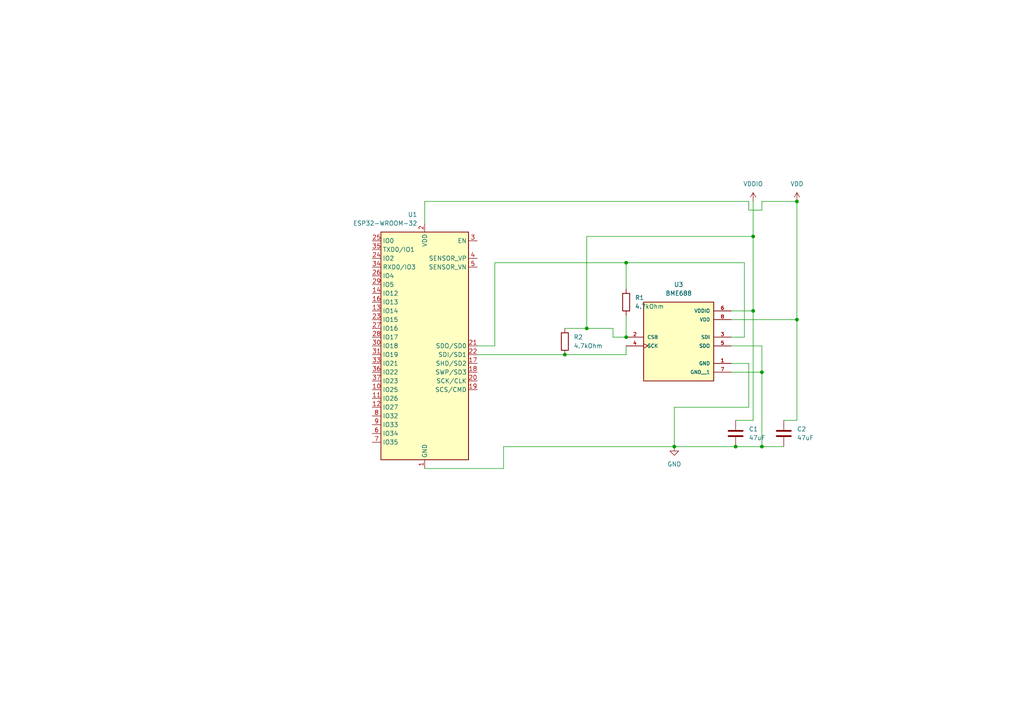
<source format=kicad_sch>
(kicad_sch
	(version 20250114)
	(generator "eeschema")
	(generator_version "9.0")
	(uuid "1de94da8-a9ea-44cd-9470-79387004e651")
	(paper "A4")
	(lib_symbols
		(symbol "BME688:BME688"
			(pin_names
				(offset 1.016)
			)
			(exclude_from_sim no)
			(in_bom yes)
			(on_board yes)
			(property "Reference" "U"
				(at -10.16 10.668 0)
				(effects
					(font
						(size 1.27 1.27)
					)
					(justify left bottom)
				)
			)
			(property "Value" "BME688"
				(at -10.16 -15.24 0)
				(effects
					(font
						(size 1.27 1.27)
					)
					(justify left bottom)
				)
			)
			(property "Footprint" "BME688:IC_BME688"
				(at 0 0 0)
				(effects
					(font
						(size 1.27 1.27)
					)
					(justify bottom)
					(hide yes)
				)
			)
			(property "Datasheet" ""
				(at 0 0 0)
				(effects
					(font
						(size 1.27 1.27)
					)
					(hide yes)
				)
			)
			(property "Description" ""
				(at 0 0 0)
				(effects
					(font
						(size 1.27 1.27)
					)
					(hide yes)
				)
			)
			(property "PARTREV" "1.0"
				(at 0 0 0)
				(effects
					(font
						(size 1.27 1.27)
					)
					(justify bottom)
					(hide yes)
				)
			)
			(property "STANDARD" "Manufacturer recommendations"
				(at 0 0 0)
				(effects
					(font
						(size 1.27 1.27)
					)
					(justify bottom)
					(hide yes)
				)
			)
			(property "MAXIMUM_PACKAGE_HEIGHT" "1.0 mm"
				(at 0 0 0)
				(effects
					(font
						(size 1.27 1.27)
					)
					(justify bottom)
					(hide yes)
				)
			)
			(property "MANUFACTURER" "BOSCH"
				(at 0 0 0)
				(effects
					(font
						(size 1.27 1.27)
					)
					(justify bottom)
					(hide yes)
				)
			)
			(symbol "BME688_0_0"
				(rectangle
					(start -10.16 -12.7)
					(end 10.16 10.16)
					(stroke
						(width 0.254)
						(type default)
					)
					(fill
						(type background)
					)
				)
				(pin input line
					(at -15.24 0 0)
					(length 5.08)
					(name "CSB"
						(effects
							(font
								(size 1.016 1.016)
							)
						)
					)
					(number "2"
						(effects
							(font
								(size 1.016 1.016)
							)
						)
					)
				)
				(pin input clock
					(at -15.24 -2.54 0)
					(length 5.08)
					(name "SCK"
						(effects
							(font
								(size 1.016 1.016)
							)
						)
					)
					(number "4"
						(effects
							(font
								(size 1.016 1.016)
							)
						)
					)
				)
				(pin power_in line
					(at 15.24 7.62 180)
					(length 5.08)
					(name "VDDIO"
						(effects
							(font
								(size 1.016 1.016)
							)
						)
					)
					(number "6"
						(effects
							(font
								(size 1.016 1.016)
							)
						)
					)
				)
				(pin power_in line
					(at 15.24 5.08 180)
					(length 5.08)
					(name "VDD"
						(effects
							(font
								(size 1.016 1.016)
							)
						)
					)
					(number "8"
						(effects
							(font
								(size 1.016 1.016)
							)
						)
					)
				)
				(pin bidirectional line
					(at 15.24 0 180)
					(length 5.08)
					(name "SDI"
						(effects
							(font
								(size 1.016 1.016)
							)
						)
					)
					(number "3"
						(effects
							(font
								(size 1.016 1.016)
							)
						)
					)
				)
				(pin bidirectional line
					(at 15.24 -2.54 180)
					(length 5.08)
					(name "SDO"
						(effects
							(font
								(size 1.016 1.016)
							)
						)
					)
					(number "5"
						(effects
							(font
								(size 1.016 1.016)
							)
						)
					)
				)
				(pin power_in line
					(at 15.24 -7.62 180)
					(length 5.08)
					(name "GND"
						(effects
							(font
								(size 1.016 1.016)
							)
						)
					)
					(number "1"
						(effects
							(font
								(size 1.016 1.016)
							)
						)
					)
				)
				(pin power_in line
					(at 15.24 -10.16 180)
					(length 5.08)
					(name "GND__1"
						(effects
							(font
								(size 1.016 1.016)
							)
						)
					)
					(number "7"
						(effects
							(font
								(size 1.016 1.016)
							)
						)
					)
				)
			)
			(embedded_fonts no)
		)
		(symbol "Device:C"
			(pin_numbers
				(hide yes)
			)
			(pin_names
				(offset 0.254)
			)
			(exclude_from_sim no)
			(in_bom yes)
			(on_board yes)
			(property "Reference" "C"
				(at 0.635 2.54 0)
				(effects
					(font
						(size 1.27 1.27)
					)
					(justify left)
				)
			)
			(property "Value" "C"
				(at 0.635 -2.54 0)
				(effects
					(font
						(size 1.27 1.27)
					)
					(justify left)
				)
			)
			(property "Footprint" ""
				(at 0.9652 -3.81 0)
				(effects
					(font
						(size 1.27 1.27)
					)
					(hide yes)
				)
			)
			(property "Datasheet" "~"
				(at 0 0 0)
				(effects
					(font
						(size 1.27 1.27)
					)
					(hide yes)
				)
			)
			(property "Description" "Unpolarized capacitor"
				(at 0 0 0)
				(effects
					(font
						(size 1.27 1.27)
					)
					(hide yes)
				)
			)
			(property "ki_keywords" "cap capacitor"
				(at 0 0 0)
				(effects
					(font
						(size 1.27 1.27)
					)
					(hide yes)
				)
			)
			(property "ki_fp_filters" "C_*"
				(at 0 0 0)
				(effects
					(font
						(size 1.27 1.27)
					)
					(hide yes)
				)
			)
			(symbol "C_0_1"
				(polyline
					(pts
						(xy -2.032 0.762) (xy 2.032 0.762)
					)
					(stroke
						(width 0.508)
						(type default)
					)
					(fill
						(type none)
					)
				)
				(polyline
					(pts
						(xy -2.032 -0.762) (xy 2.032 -0.762)
					)
					(stroke
						(width 0.508)
						(type default)
					)
					(fill
						(type none)
					)
				)
			)
			(symbol "C_1_1"
				(pin passive line
					(at 0 3.81 270)
					(length 2.794)
					(name "~"
						(effects
							(font
								(size 1.27 1.27)
							)
						)
					)
					(number "1"
						(effects
							(font
								(size 1.27 1.27)
							)
						)
					)
				)
				(pin passive line
					(at 0 -3.81 90)
					(length 2.794)
					(name "~"
						(effects
							(font
								(size 1.27 1.27)
							)
						)
					)
					(number "2"
						(effects
							(font
								(size 1.27 1.27)
							)
						)
					)
				)
			)
			(embedded_fonts no)
		)
		(symbol "Device:R"
			(pin_numbers
				(hide yes)
			)
			(pin_names
				(offset 0)
			)
			(exclude_from_sim no)
			(in_bom yes)
			(on_board yes)
			(property "Reference" "R"
				(at 2.032 0 90)
				(effects
					(font
						(size 1.27 1.27)
					)
				)
			)
			(property "Value" "R"
				(at 0 0 90)
				(effects
					(font
						(size 1.27 1.27)
					)
				)
			)
			(property "Footprint" ""
				(at -1.778 0 90)
				(effects
					(font
						(size 1.27 1.27)
					)
					(hide yes)
				)
			)
			(property "Datasheet" "~"
				(at 0 0 0)
				(effects
					(font
						(size 1.27 1.27)
					)
					(hide yes)
				)
			)
			(property "Description" "Resistor"
				(at 0 0 0)
				(effects
					(font
						(size 1.27 1.27)
					)
					(hide yes)
				)
			)
			(property "ki_keywords" "R res resistor"
				(at 0 0 0)
				(effects
					(font
						(size 1.27 1.27)
					)
					(hide yes)
				)
			)
			(property "ki_fp_filters" "R_*"
				(at 0 0 0)
				(effects
					(font
						(size 1.27 1.27)
					)
					(hide yes)
				)
			)
			(symbol "R_0_1"
				(rectangle
					(start -1.016 -2.54)
					(end 1.016 2.54)
					(stroke
						(width 0.254)
						(type default)
					)
					(fill
						(type none)
					)
				)
			)
			(symbol "R_1_1"
				(pin passive line
					(at 0 3.81 270)
					(length 1.27)
					(name "~"
						(effects
							(font
								(size 1.27 1.27)
							)
						)
					)
					(number "1"
						(effects
							(font
								(size 1.27 1.27)
							)
						)
					)
				)
				(pin passive line
					(at 0 -3.81 90)
					(length 1.27)
					(name "~"
						(effects
							(font
								(size 1.27 1.27)
							)
						)
					)
					(number "2"
						(effects
							(font
								(size 1.27 1.27)
							)
						)
					)
				)
			)
			(embedded_fonts no)
		)
		(symbol "RF_Module:ESP32-WROOM-32"
			(exclude_from_sim no)
			(in_bom yes)
			(on_board yes)
			(property "Reference" "U"
				(at -12.7 34.29 0)
				(effects
					(font
						(size 1.27 1.27)
					)
					(justify left)
				)
			)
			(property "Value" "ESP32-WROOM-32"
				(at 1.27 34.29 0)
				(effects
					(font
						(size 1.27 1.27)
					)
					(justify left)
				)
			)
			(property "Footprint" "RF_Module:ESP32-WROOM-32"
				(at 0 -38.1 0)
				(effects
					(font
						(size 1.27 1.27)
					)
					(hide yes)
				)
			)
			(property "Datasheet" "https://www.espressif.com/sites/default/files/documentation/esp32-wroom-32_datasheet_en.pdf"
				(at -7.62 1.27 0)
				(effects
					(font
						(size 1.27 1.27)
					)
					(hide yes)
				)
			)
			(property "Description" "RF Module, ESP32-D0WDQ6 SoC, Wi-Fi 802.11b/g/n, Bluetooth, BLE, 32-bit, 2.7-3.6V, onboard antenna, SMD"
				(at 0 0 0)
				(effects
					(font
						(size 1.27 1.27)
					)
					(hide yes)
				)
			)
			(property "ki_keywords" "RF Radio BT ESP ESP32 Espressif onboard PCB antenna"
				(at 0 0 0)
				(effects
					(font
						(size 1.27 1.27)
					)
					(hide yes)
				)
			)
			(property "ki_fp_filters" "ESP32?WROOM?32*"
				(at 0 0 0)
				(effects
					(font
						(size 1.27 1.27)
					)
					(hide yes)
				)
			)
			(symbol "ESP32-WROOM-32_0_1"
				(rectangle
					(start -12.7 33.02)
					(end 12.7 -33.02)
					(stroke
						(width 0.254)
						(type default)
					)
					(fill
						(type background)
					)
				)
			)
			(symbol "ESP32-WROOM-32_1_1"
				(pin input line
					(at -15.24 30.48 0)
					(length 2.54)
					(name "EN"
						(effects
							(font
								(size 1.27 1.27)
							)
						)
					)
					(number "3"
						(effects
							(font
								(size 1.27 1.27)
							)
						)
					)
				)
				(pin input line
					(at -15.24 25.4 0)
					(length 2.54)
					(name "SENSOR_VP"
						(effects
							(font
								(size 1.27 1.27)
							)
						)
					)
					(number "4"
						(effects
							(font
								(size 1.27 1.27)
							)
						)
					)
				)
				(pin input line
					(at -15.24 22.86 0)
					(length 2.54)
					(name "SENSOR_VN"
						(effects
							(font
								(size 1.27 1.27)
							)
						)
					)
					(number "5"
						(effects
							(font
								(size 1.27 1.27)
							)
						)
					)
				)
				(pin bidirectional line
					(at -15.24 0 0)
					(length 2.54)
					(name "SDO/SD0"
						(effects
							(font
								(size 1.27 1.27)
							)
						)
					)
					(number "21"
						(effects
							(font
								(size 1.27 1.27)
							)
						)
					)
				)
				(pin bidirectional line
					(at -15.24 -2.54 0)
					(length 2.54)
					(name "SDI/SD1"
						(effects
							(font
								(size 1.27 1.27)
							)
						)
					)
					(number "22"
						(effects
							(font
								(size 1.27 1.27)
							)
						)
					)
				)
				(pin bidirectional line
					(at -15.24 -5.08 0)
					(length 2.54)
					(name "SHD/SD2"
						(effects
							(font
								(size 1.27 1.27)
							)
						)
					)
					(number "17"
						(effects
							(font
								(size 1.27 1.27)
							)
						)
					)
				)
				(pin bidirectional line
					(at -15.24 -7.62 0)
					(length 2.54)
					(name "SWP/SD3"
						(effects
							(font
								(size 1.27 1.27)
							)
						)
					)
					(number "18"
						(effects
							(font
								(size 1.27 1.27)
							)
						)
					)
				)
				(pin bidirectional line
					(at -15.24 -10.16 0)
					(length 2.54)
					(name "SCK/CLK"
						(effects
							(font
								(size 1.27 1.27)
							)
						)
					)
					(number "20"
						(effects
							(font
								(size 1.27 1.27)
							)
						)
					)
				)
				(pin bidirectional line
					(at -15.24 -12.7 0)
					(length 2.54)
					(name "SCS/CMD"
						(effects
							(font
								(size 1.27 1.27)
							)
						)
					)
					(number "19"
						(effects
							(font
								(size 1.27 1.27)
							)
						)
					)
				)
				(pin no_connect line
					(at -12.7 -27.94 0)
					(length 2.54)
					(hide yes)
					(name "NC"
						(effects
							(font
								(size 1.27 1.27)
							)
						)
					)
					(number "32"
						(effects
							(font
								(size 1.27 1.27)
							)
						)
					)
				)
				(pin power_in line
					(at 0 35.56 270)
					(length 2.54)
					(name "VDD"
						(effects
							(font
								(size 1.27 1.27)
							)
						)
					)
					(number "2"
						(effects
							(font
								(size 1.27 1.27)
							)
						)
					)
				)
				(pin power_in line
					(at 0 -35.56 90)
					(length 2.54)
					(name "GND"
						(effects
							(font
								(size 1.27 1.27)
							)
						)
					)
					(number "1"
						(effects
							(font
								(size 1.27 1.27)
							)
						)
					)
				)
				(pin passive line
					(at 0 -35.56 90)
					(length 2.54)
					(hide yes)
					(name "GND"
						(effects
							(font
								(size 1.27 1.27)
							)
						)
					)
					(number "15"
						(effects
							(font
								(size 1.27 1.27)
							)
						)
					)
				)
				(pin passive line
					(at 0 -35.56 90)
					(length 2.54)
					(hide yes)
					(name "GND"
						(effects
							(font
								(size 1.27 1.27)
							)
						)
					)
					(number "38"
						(effects
							(font
								(size 1.27 1.27)
							)
						)
					)
				)
				(pin passive line
					(at 0 -35.56 90)
					(length 2.54)
					(hide yes)
					(name "GND"
						(effects
							(font
								(size 1.27 1.27)
							)
						)
					)
					(number "39"
						(effects
							(font
								(size 1.27 1.27)
							)
						)
					)
				)
				(pin bidirectional line
					(at 15.24 30.48 180)
					(length 2.54)
					(name "IO0"
						(effects
							(font
								(size 1.27 1.27)
							)
						)
					)
					(number "25"
						(effects
							(font
								(size 1.27 1.27)
							)
						)
					)
				)
				(pin bidirectional line
					(at 15.24 27.94 180)
					(length 2.54)
					(name "TXD0/IO1"
						(effects
							(font
								(size 1.27 1.27)
							)
						)
					)
					(number "35"
						(effects
							(font
								(size 1.27 1.27)
							)
						)
					)
				)
				(pin bidirectional line
					(at 15.24 25.4 180)
					(length 2.54)
					(name "IO2"
						(effects
							(font
								(size 1.27 1.27)
							)
						)
					)
					(number "24"
						(effects
							(font
								(size 1.27 1.27)
							)
						)
					)
				)
				(pin bidirectional line
					(at 15.24 22.86 180)
					(length 2.54)
					(name "RXD0/IO3"
						(effects
							(font
								(size 1.27 1.27)
							)
						)
					)
					(number "34"
						(effects
							(font
								(size 1.27 1.27)
							)
						)
					)
				)
				(pin bidirectional line
					(at 15.24 20.32 180)
					(length 2.54)
					(name "IO4"
						(effects
							(font
								(size 1.27 1.27)
							)
						)
					)
					(number "26"
						(effects
							(font
								(size 1.27 1.27)
							)
						)
					)
				)
				(pin bidirectional line
					(at 15.24 17.78 180)
					(length 2.54)
					(name "IO5"
						(effects
							(font
								(size 1.27 1.27)
							)
						)
					)
					(number "29"
						(effects
							(font
								(size 1.27 1.27)
							)
						)
					)
				)
				(pin bidirectional line
					(at 15.24 15.24 180)
					(length 2.54)
					(name "IO12"
						(effects
							(font
								(size 1.27 1.27)
							)
						)
					)
					(number "14"
						(effects
							(font
								(size 1.27 1.27)
							)
						)
					)
				)
				(pin bidirectional line
					(at 15.24 12.7 180)
					(length 2.54)
					(name "IO13"
						(effects
							(font
								(size 1.27 1.27)
							)
						)
					)
					(number "16"
						(effects
							(font
								(size 1.27 1.27)
							)
						)
					)
				)
				(pin bidirectional line
					(at 15.24 10.16 180)
					(length 2.54)
					(name "IO14"
						(effects
							(font
								(size 1.27 1.27)
							)
						)
					)
					(number "13"
						(effects
							(font
								(size 1.27 1.27)
							)
						)
					)
				)
				(pin bidirectional line
					(at 15.24 7.62 180)
					(length 2.54)
					(name "IO15"
						(effects
							(font
								(size 1.27 1.27)
							)
						)
					)
					(number "23"
						(effects
							(font
								(size 1.27 1.27)
							)
						)
					)
				)
				(pin bidirectional line
					(at 15.24 5.08 180)
					(length 2.54)
					(name "IO16"
						(effects
							(font
								(size 1.27 1.27)
							)
						)
					)
					(number "27"
						(effects
							(font
								(size 1.27 1.27)
							)
						)
					)
				)
				(pin bidirectional line
					(at 15.24 2.54 180)
					(length 2.54)
					(name "IO17"
						(effects
							(font
								(size 1.27 1.27)
							)
						)
					)
					(number "28"
						(effects
							(font
								(size 1.27 1.27)
							)
						)
					)
				)
				(pin bidirectional line
					(at 15.24 0 180)
					(length 2.54)
					(name "IO18"
						(effects
							(font
								(size 1.27 1.27)
							)
						)
					)
					(number "30"
						(effects
							(font
								(size 1.27 1.27)
							)
						)
					)
				)
				(pin bidirectional line
					(at 15.24 -2.54 180)
					(length 2.54)
					(name "IO19"
						(effects
							(font
								(size 1.27 1.27)
							)
						)
					)
					(number "31"
						(effects
							(font
								(size 1.27 1.27)
							)
						)
					)
				)
				(pin bidirectional line
					(at 15.24 -5.08 180)
					(length 2.54)
					(name "IO21"
						(effects
							(font
								(size 1.27 1.27)
							)
						)
					)
					(number "33"
						(effects
							(font
								(size 1.27 1.27)
							)
						)
					)
				)
				(pin bidirectional line
					(at 15.24 -7.62 180)
					(length 2.54)
					(name "IO22"
						(effects
							(font
								(size 1.27 1.27)
							)
						)
					)
					(number "36"
						(effects
							(font
								(size 1.27 1.27)
							)
						)
					)
				)
				(pin bidirectional line
					(at 15.24 -10.16 180)
					(length 2.54)
					(name "IO23"
						(effects
							(font
								(size 1.27 1.27)
							)
						)
					)
					(number "37"
						(effects
							(font
								(size 1.27 1.27)
							)
						)
					)
				)
				(pin bidirectional line
					(at 15.24 -12.7 180)
					(length 2.54)
					(name "IO25"
						(effects
							(font
								(size 1.27 1.27)
							)
						)
					)
					(number "10"
						(effects
							(font
								(size 1.27 1.27)
							)
						)
					)
				)
				(pin bidirectional line
					(at 15.24 -15.24 180)
					(length 2.54)
					(name "IO26"
						(effects
							(font
								(size 1.27 1.27)
							)
						)
					)
					(number "11"
						(effects
							(font
								(size 1.27 1.27)
							)
						)
					)
				)
				(pin bidirectional line
					(at 15.24 -17.78 180)
					(length 2.54)
					(name "IO27"
						(effects
							(font
								(size 1.27 1.27)
							)
						)
					)
					(number "12"
						(effects
							(font
								(size 1.27 1.27)
							)
						)
					)
				)
				(pin bidirectional line
					(at 15.24 -20.32 180)
					(length 2.54)
					(name "IO32"
						(effects
							(font
								(size 1.27 1.27)
							)
						)
					)
					(number "8"
						(effects
							(font
								(size 1.27 1.27)
							)
						)
					)
				)
				(pin bidirectional line
					(at 15.24 -22.86 180)
					(length 2.54)
					(name "IO33"
						(effects
							(font
								(size 1.27 1.27)
							)
						)
					)
					(number "9"
						(effects
							(font
								(size 1.27 1.27)
							)
						)
					)
				)
				(pin input line
					(at 15.24 -25.4 180)
					(length 2.54)
					(name "IO34"
						(effects
							(font
								(size 1.27 1.27)
							)
						)
					)
					(number "6"
						(effects
							(font
								(size 1.27 1.27)
							)
						)
					)
				)
				(pin input line
					(at 15.24 -27.94 180)
					(length 2.54)
					(name "IO35"
						(effects
							(font
								(size 1.27 1.27)
							)
						)
					)
					(number "7"
						(effects
							(font
								(size 1.27 1.27)
							)
						)
					)
				)
			)
			(embedded_fonts no)
		)
		(symbol "power:GND"
			(power)
			(pin_numbers
				(hide yes)
			)
			(pin_names
				(offset 0)
				(hide yes)
			)
			(exclude_from_sim no)
			(in_bom yes)
			(on_board yes)
			(property "Reference" "#PWR"
				(at 0 -6.35 0)
				(effects
					(font
						(size 1.27 1.27)
					)
					(hide yes)
				)
			)
			(property "Value" "GND"
				(at 0 -3.81 0)
				(effects
					(font
						(size 1.27 1.27)
					)
				)
			)
			(property "Footprint" ""
				(at 0 0 0)
				(effects
					(font
						(size 1.27 1.27)
					)
					(hide yes)
				)
			)
			(property "Datasheet" ""
				(at 0 0 0)
				(effects
					(font
						(size 1.27 1.27)
					)
					(hide yes)
				)
			)
			(property "Description" "Power symbol creates a global label with name \"GND\" , ground"
				(at 0 0 0)
				(effects
					(font
						(size 1.27 1.27)
					)
					(hide yes)
				)
			)
			(property "ki_keywords" "global power"
				(at 0 0 0)
				(effects
					(font
						(size 1.27 1.27)
					)
					(hide yes)
				)
			)
			(symbol "GND_0_1"
				(polyline
					(pts
						(xy 0 0) (xy 0 -1.27) (xy 1.27 -1.27) (xy 0 -2.54) (xy -1.27 -1.27) (xy 0 -1.27)
					)
					(stroke
						(width 0)
						(type default)
					)
					(fill
						(type none)
					)
				)
			)
			(symbol "GND_1_1"
				(pin power_in line
					(at 0 0 270)
					(length 0)
					(name "~"
						(effects
							(font
								(size 1.27 1.27)
							)
						)
					)
					(number "1"
						(effects
							(font
								(size 1.27 1.27)
							)
						)
					)
				)
			)
			(embedded_fonts no)
		)
		(symbol "power:VDD"
			(power)
			(pin_numbers
				(hide yes)
			)
			(pin_names
				(offset 0)
				(hide yes)
			)
			(exclude_from_sim no)
			(in_bom yes)
			(on_board yes)
			(property "Reference" "#PWR"
				(at 0 -3.81 0)
				(effects
					(font
						(size 1.27 1.27)
					)
					(hide yes)
				)
			)
			(property "Value" "VDD"
				(at 0 3.556 0)
				(effects
					(font
						(size 1.27 1.27)
					)
				)
			)
			(property "Footprint" ""
				(at 0 0 0)
				(effects
					(font
						(size 1.27 1.27)
					)
					(hide yes)
				)
			)
			(property "Datasheet" ""
				(at 0 0 0)
				(effects
					(font
						(size 1.27 1.27)
					)
					(hide yes)
				)
			)
			(property "Description" "Power symbol creates a global label with name \"VDD\""
				(at 0 0 0)
				(effects
					(font
						(size 1.27 1.27)
					)
					(hide yes)
				)
			)
			(property "ki_keywords" "global power"
				(at 0 0 0)
				(effects
					(font
						(size 1.27 1.27)
					)
					(hide yes)
				)
			)
			(symbol "VDD_0_1"
				(polyline
					(pts
						(xy -0.762 1.27) (xy 0 2.54)
					)
					(stroke
						(width 0)
						(type default)
					)
					(fill
						(type none)
					)
				)
				(polyline
					(pts
						(xy 0 2.54) (xy 0.762 1.27)
					)
					(stroke
						(width 0)
						(type default)
					)
					(fill
						(type none)
					)
				)
				(polyline
					(pts
						(xy 0 0) (xy 0 2.54)
					)
					(stroke
						(width 0)
						(type default)
					)
					(fill
						(type none)
					)
				)
			)
			(symbol "VDD_1_1"
				(pin power_in line
					(at 0 0 90)
					(length 0)
					(name "~"
						(effects
							(font
								(size 1.27 1.27)
							)
						)
					)
					(number "1"
						(effects
							(font
								(size 1.27 1.27)
							)
						)
					)
				)
			)
			(embedded_fonts no)
		)
	)
	(junction
		(at 195.58 129.54)
		(diameter 0)
		(color 0 0 0 0)
		(uuid "023a1e20-2732-4b82-b5a3-1a5cc605288a")
	)
	(junction
		(at 218.44 68.58)
		(diameter 0)
		(color 0 0 0 0)
		(uuid "2bc77343-2226-48b4-81a1-0899c41070c0")
	)
	(junction
		(at 220.98 129.54)
		(diameter 0)
		(color 0 0 0 0)
		(uuid "42e0cfd7-cb51-4a88-a63f-abb234db6ee7")
	)
	(junction
		(at 218.44 90.17)
		(diameter 0)
		(color 0 0 0 0)
		(uuid "5587781d-f5c0-4906-8918-d6c368d4c3e5")
	)
	(junction
		(at 170.18 95.25)
		(diameter 0)
		(color 0 0 0 0)
		(uuid "630d4416-33d6-47bc-8079-4fe5bb2cd74b")
	)
	(junction
		(at 231.14 92.71)
		(diameter 0)
		(color 0 0 0 0)
		(uuid "68c5fd98-de85-452a-a6cd-4db3d47454aa")
	)
	(junction
		(at 213.36 129.54)
		(diameter 0)
		(color 0 0 0 0)
		(uuid "77e0a89a-5198-4cc5-84d6-646b68d3e475")
	)
	(junction
		(at 181.61 76.2)
		(diameter 0)
		(color 0 0 0 0)
		(uuid "8018d606-861c-4c1a-bbe6-8f3813f0bbb4")
	)
	(junction
		(at 181.61 97.79)
		(diameter 0)
		(color 0 0 0 0)
		(uuid "aa4d2cb9-b25e-4d6c-be7d-af1d2bb01b6b")
	)
	(junction
		(at 231.14 58.42)
		(diameter 0)
		(color 0 0 0 0)
		(uuid "b8f97943-de5d-4cb7-ab8d-2c9b365a8187")
	)
	(junction
		(at 220.98 107.95)
		(diameter 0)
		(color 0 0 0 0)
		(uuid "f871b167-4208-48ce-b984-133dfcbcf0cf")
	)
	(junction
		(at 163.83 102.87)
		(diameter 0)
		(color 0 0 0 0)
		(uuid "fdd8345e-2db7-4653-b3c3-ff356eff60d7")
	)
	(wire
		(pts
			(xy 170.18 68.58) (xy 170.18 95.25)
		)
		(stroke
			(width 0)
			(type default)
		)
		(uuid "0a49284a-a876-4f84-8f42-741f6fbd4318")
	)
	(wire
		(pts
			(xy 212.09 90.17) (xy 218.44 90.17)
		)
		(stroke
			(width 0)
			(type default)
		)
		(uuid "0d5e9cab-1654-4e3f-a0ec-b8cbe32f19a9")
	)
	(wire
		(pts
			(xy 213.36 121.92) (xy 218.44 121.92)
		)
		(stroke
			(width 0)
			(type default)
		)
		(uuid "10ff1c4b-e3ab-4932-9b3a-8a8689eff78a")
	)
	(wire
		(pts
			(xy 212.09 105.41) (xy 217.17 105.41)
		)
		(stroke
			(width 0)
			(type default)
		)
		(uuid "176b0781-6549-46cf-90cd-5941acdc5b06")
	)
	(wire
		(pts
			(xy 177.8 95.25) (xy 177.8 97.79)
		)
		(stroke
			(width 0)
			(type default)
		)
		(uuid "1b7e5f5e-daf6-4ddc-928d-2d0814f55122")
	)
	(wire
		(pts
			(xy 227.33 121.92) (xy 231.14 121.92)
		)
		(stroke
			(width 0)
			(type default)
		)
		(uuid "1f054ba3-1acf-493f-8758-ccddc190614c")
	)
	(wire
		(pts
			(xy 177.8 97.79) (xy 181.61 97.79)
		)
		(stroke
			(width 0)
			(type default)
		)
		(uuid "2225a9d6-3548-4eb3-a1e1-d13eb97e0052")
	)
	(wire
		(pts
			(xy 163.83 102.87) (xy 181.61 102.87)
		)
		(stroke
			(width 0)
			(type default)
		)
		(uuid "23022470-4419-4e06-b940-8802917894dd")
	)
	(wire
		(pts
			(xy 213.36 129.54) (xy 220.98 129.54)
		)
		(stroke
			(width 0)
			(type default)
		)
		(uuid "302b740a-9de4-4449-815b-86e0f7cbd37d")
	)
	(wire
		(pts
			(xy 220.98 60.96) (xy 220.98 58.42)
		)
		(stroke
			(width 0)
			(type default)
		)
		(uuid "348d917a-77f1-42aa-920a-aaf8088ece77")
	)
	(wire
		(pts
			(xy 220.98 100.33) (xy 220.98 107.95)
		)
		(stroke
			(width 0)
			(type default)
		)
		(uuid "34d201aa-69cf-4e27-9016-efdf3236aa9d")
	)
	(wire
		(pts
			(xy 212.09 92.71) (xy 231.14 92.71)
		)
		(stroke
			(width 0)
			(type default)
		)
		(uuid "362e1964-4bfa-4052-b0eb-814fe9a08e5b")
	)
	(wire
		(pts
			(xy 231.14 92.71) (xy 231.14 121.92)
		)
		(stroke
			(width 0)
			(type default)
		)
		(uuid "38220d0a-aa06-4a87-8654-7cc97da34afc")
	)
	(wire
		(pts
			(xy 212.09 97.79) (xy 215.9 97.79)
		)
		(stroke
			(width 0)
			(type default)
		)
		(uuid "3ce8be00-fc4e-47d7-933c-d85443f1a0f5")
	)
	(wire
		(pts
			(xy 195.58 129.54) (xy 213.36 129.54)
		)
		(stroke
			(width 0)
			(type default)
		)
		(uuid "4574bd7b-6537-47bc-a956-d742f32e568e")
	)
	(wire
		(pts
			(xy 212.09 107.95) (xy 220.98 107.95)
		)
		(stroke
			(width 0)
			(type default)
		)
		(uuid "502206e6-9b9b-49a2-a54c-a7e0876b64a0")
	)
	(wire
		(pts
			(xy 220.98 129.54) (xy 227.33 129.54)
		)
		(stroke
			(width 0)
			(type default)
		)
		(uuid "58c047b7-af77-448a-8730-2c5fb5510c62")
	)
	(wire
		(pts
			(xy 217.17 58.42) (xy 217.17 60.96)
		)
		(stroke
			(width 0)
			(type default)
		)
		(uuid "6001a9d0-6a9d-4739-8ae5-91a64de47ad4")
	)
	(wire
		(pts
			(xy 143.51 76.2) (xy 143.51 100.33)
		)
		(stroke
			(width 0)
			(type default)
		)
		(uuid "626fcd24-29a1-4d7d-bf92-894f93a904bd")
	)
	(wire
		(pts
			(xy 146.05 129.54) (xy 146.05 135.89)
		)
		(stroke
			(width 0)
			(type default)
		)
		(uuid "669b368f-acc3-45c4-a9ff-569f27076639")
	)
	(wire
		(pts
			(xy 195.58 118.11) (xy 195.58 129.54)
		)
		(stroke
			(width 0)
			(type default)
		)
		(uuid "72fb664a-10ad-4c40-8dfe-8943d8fdd346")
	)
	(wire
		(pts
			(xy 220.98 58.42) (xy 231.14 58.42)
		)
		(stroke
			(width 0)
			(type default)
		)
		(uuid "734c80f6-a7a4-4e6e-9786-0292c13237fe")
	)
	(wire
		(pts
			(xy 181.61 102.87) (xy 181.61 100.33)
		)
		(stroke
			(width 0)
			(type default)
		)
		(uuid "737db81a-4f40-459f-8f03-2656b587f929")
	)
	(wire
		(pts
			(xy 212.09 100.33) (xy 220.98 100.33)
		)
		(stroke
			(width 0)
			(type default)
		)
		(uuid "778e88a2-9d67-4e60-9bf4-85fbb923c6e0")
	)
	(wire
		(pts
			(xy 218.44 121.92) (xy 218.44 90.17)
		)
		(stroke
			(width 0)
			(type default)
		)
		(uuid "8349f27c-65a5-439e-b99c-8146bf0946ec")
	)
	(wire
		(pts
			(xy 181.61 76.2) (xy 181.61 83.82)
		)
		(stroke
			(width 0)
			(type default)
		)
		(uuid "8717fd11-2a86-46fc-8d0b-dbd96ff0c67f")
	)
	(wire
		(pts
			(xy 220.98 107.95) (xy 220.98 129.54)
		)
		(stroke
			(width 0)
			(type default)
		)
		(uuid "8909addf-28a2-4d4b-bb96-74d509991db6")
	)
	(wire
		(pts
			(xy 218.44 68.58) (xy 218.44 90.17)
		)
		(stroke
			(width 0)
			(type default)
		)
		(uuid "90655233-cbaa-46f6-b956-a8543c5a24d5")
	)
	(wire
		(pts
			(xy 170.18 95.25) (xy 177.8 95.25)
		)
		(stroke
			(width 0)
			(type default)
		)
		(uuid "910b8050-1253-4a82-93f4-8c8d0afc5e25")
	)
	(wire
		(pts
			(xy 143.51 100.33) (xy 138.43 100.33)
		)
		(stroke
			(width 0)
			(type default)
		)
		(uuid "99abc87c-97a5-44b6-acc7-ec72b18d1e5e")
	)
	(wire
		(pts
			(xy 217.17 60.96) (xy 220.98 60.96)
		)
		(stroke
			(width 0)
			(type default)
		)
		(uuid "9b94d17f-8ee9-41fd-b4f1-c68ac4bba427")
	)
	(wire
		(pts
			(xy 146.05 129.54) (xy 195.58 129.54)
		)
		(stroke
			(width 0)
			(type default)
		)
		(uuid "a2f32f72-8f1f-47ee-bed4-38c4e8d4de55")
	)
	(wire
		(pts
			(xy 231.14 58.42) (xy 231.14 92.71)
		)
		(stroke
			(width 0)
			(type default)
		)
		(uuid "ac70efa7-5b05-499a-a2d9-f93f934e1edc")
	)
	(wire
		(pts
			(xy 215.9 97.79) (xy 215.9 76.2)
		)
		(stroke
			(width 0)
			(type default)
		)
		(uuid "ae601782-c998-4f57-b2c8-c91cbbf98b1d")
	)
	(wire
		(pts
			(xy 146.05 135.89) (xy 123.19 135.89)
		)
		(stroke
			(width 0)
			(type default)
		)
		(uuid "be6d4841-a3dc-4a1f-a6c0-59d0070bf93e")
	)
	(wire
		(pts
			(xy 215.9 76.2) (xy 181.61 76.2)
		)
		(stroke
			(width 0)
			(type default)
		)
		(uuid "c24b8135-ce2c-4921-8439-c0afe013bc06")
	)
	(wire
		(pts
			(xy 218.44 58.42) (xy 218.44 68.58)
		)
		(stroke
			(width 0)
			(type default)
		)
		(uuid "cc14a513-80ff-4796-882f-667898853e86")
	)
	(wire
		(pts
			(xy 218.44 68.58) (xy 170.18 68.58)
		)
		(stroke
			(width 0)
			(type default)
		)
		(uuid "d9c945bd-8b9b-40bc-90db-120a55ee9778")
	)
	(wire
		(pts
			(xy 163.83 95.25) (xy 170.18 95.25)
		)
		(stroke
			(width 0)
			(type default)
		)
		(uuid "daa5029b-cb00-4a60-b635-1f2ac6b47164")
	)
	(wire
		(pts
			(xy 217.17 118.11) (xy 195.58 118.11)
		)
		(stroke
			(width 0)
			(type default)
		)
		(uuid "dc123139-45e6-4294-a557-332ad6e7af27")
	)
	(wire
		(pts
			(xy 138.43 102.87) (xy 163.83 102.87)
		)
		(stroke
			(width 0)
			(type default)
		)
		(uuid "de05a1fb-dfd5-4b19-a459-b1fb7f246dcc")
	)
	(wire
		(pts
			(xy 181.61 76.2) (xy 143.51 76.2)
		)
		(stroke
			(width 0)
			(type default)
		)
		(uuid "e0351914-3314-4cdc-94fa-3e1162b9bff9")
	)
	(wire
		(pts
			(xy 181.61 91.44) (xy 181.61 97.79)
		)
		(stroke
			(width 0)
			(type default)
		)
		(uuid "eab0e234-61b5-447f-a23d-cb9a12b822db")
	)
	(wire
		(pts
			(xy 217.17 105.41) (xy 217.17 118.11)
		)
		(stroke
			(width 0)
			(type default)
		)
		(uuid "f13c55bb-ee29-4219-98c8-1643571e58e5")
	)
	(wire
		(pts
			(xy 123.19 58.42) (xy 123.19 64.77)
		)
		(stroke
			(width 0)
			(type default)
		)
		(uuid "f97a4430-6a73-4a3a-a5a3-8031a5b5d405")
	)
	(wire
		(pts
			(xy 123.19 58.42) (xy 217.17 58.42)
		)
		(stroke
			(width 0)
			(type default)
		)
		(uuid "fcfad334-149c-435f-ad3d-90c8f32fa67c")
	)
	(symbol
		(lib_id "power:VDD")
		(at 231.14 58.42 0)
		(unit 1)
		(exclude_from_sim no)
		(in_bom yes)
		(on_board yes)
		(dnp no)
		(fields_autoplaced yes)
		(uuid "09896739-3f95-4415-8160-f2c28b166491")
		(property "Reference" "#PWR02"
			(at 231.14 62.23 0)
			(effects
				(font
					(size 1.27 1.27)
				)
				(hide yes)
			)
		)
		(property "Value" "VDD"
			(at 231.14 53.34 0)
			(effects
				(font
					(size 1.27 1.27)
				)
			)
		)
		(property "Footprint" ""
			(at 231.14 58.42 0)
			(effects
				(font
					(size 1.27 1.27)
				)
				(hide yes)
			)
		)
		(property "Datasheet" ""
			(at 231.14 58.42 0)
			(effects
				(font
					(size 1.27 1.27)
				)
				(hide yes)
			)
		)
		(property "Description" "Power symbol creates a global label with name \"VDD\""
			(at 231.14 58.42 0)
			(effects
				(font
					(size 1.27 1.27)
				)
				(hide yes)
			)
		)
		(pin "1"
			(uuid "bf0a22fa-ee66-4d32-b8be-500f882e37d9")
		)
		(instances
			(project ""
				(path "/1de94da8-a9ea-44cd-9470-79387004e651"
					(reference "#PWR02")
					(unit 1)
				)
			)
		)
	)
	(symbol
		(lib_id "Device:R")
		(at 163.83 99.06 0)
		(unit 1)
		(exclude_from_sim no)
		(in_bom yes)
		(on_board yes)
		(dnp no)
		(fields_autoplaced yes)
		(uuid "16d498ec-631b-4c29-9087-08df4ddf7303")
		(property "Reference" "R2"
			(at 166.37 97.7899 0)
			(effects
				(font
					(size 1.27 1.27)
				)
				(justify left)
			)
		)
		(property "Value" "4.7kOhm"
			(at 166.37 100.3299 0)
			(effects
				(font
					(size 1.27 1.27)
				)
				(justify left)
			)
		)
		(property "Footprint" "Resistor_SMD:R_0201_0603Metric"
			(at 162.052 99.06 90)
			(effects
				(font
					(size 1.27 1.27)
				)
				(hide yes)
			)
		)
		(property "Datasheet" "~"
			(at 163.83 99.06 0)
			(effects
				(font
					(size 1.27 1.27)
				)
				(hide yes)
			)
		)
		(property "Description" "Resistor"
			(at 163.83 99.06 0)
			(effects
				(font
					(size 1.27 1.27)
				)
				(hide yes)
			)
		)
		(pin "2"
			(uuid "bf148c61-2f6c-4036-9f96-76d02dd4de39")
		)
		(pin "1"
			(uuid "6e57125c-5292-4384-b1a8-6bd88a38421c")
		)
		(instances
			(project "AirQ"
				(path "/1de94da8-a9ea-44cd-9470-79387004e651"
					(reference "R2")
					(unit 1)
				)
			)
		)
	)
	(symbol
		(lib_id "power:VDD")
		(at 218.44 58.42 0)
		(unit 1)
		(exclude_from_sim no)
		(in_bom yes)
		(on_board yes)
		(dnp no)
		(fields_autoplaced yes)
		(uuid "68f6e21e-1555-4c01-a77a-9d7a2a731d76")
		(property "Reference" "#PWR03"
			(at 218.44 62.23 0)
			(effects
				(font
					(size 1.27 1.27)
				)
				(hide yes)
			)
		)
		(property "Value" "VDDIO"
			(at 218.44 53.34 0)
			(effects
				(font
					(size 1.27 1.27)
				)
			)
		)
		(property "Footprint" ""
			(at 218.44 58.42 0)
			(effects
				(font
					(size 1.27 1.27)
				)
				(hide yes)
			)
		)
		(property "Datasheet" ""
			(at 218.44 58.42 0)
			(effects
				(font
					(size 1.27 1.27)
				)
				(hide yes)
			)
		)
		(property "Description" "Power symbol creates a global label with name \"VDD\""
			(at 218.44 58.42 0)
			(effects
				(font
					(size 1.27 1.27)
				)
				(hide yes)
			)
		)
		(pin "1"
			(uuid "b76acff8-e0cb-474b-bbbc-14197e9bad4e")
		)
		(instances
			(project ""
				(path "/1de94da8-a9ea-44cd-9470-79387004e651"
					(reference "#PWR03")
					(unit 1)
				)
			)
		)
	)
	(symbol
		(lib_id "power:GND")
		(at 195.58 129.54 0)
		(unit 1)
		(exclude_from_sim no)
		(in_bom yes)
		(on_board yes)
		(dnp no)
		(fields_autoplaced yes)
		(uuid "9996d16f-5f18-4a64-894b-db4e2214841d")
		(property "Reference" "#PWR01"
			(at 195.58 135.89 0)
			(effects
				(font
					(size 1.27 1.27)
				)
				(hide yes)
			)
		)
		(property "Value" "GND"
			(at 195.58 134.62 0)
			(effects
				(font
					(size 1.27 1.27)
				)
			)
		)
		(property "Footprint" ""
			(at 195.58 129.54 0)
			(effects
				(font
					(size 1.27 1.27)
				)
				(hide yes)
			)
		)
		(property "Datasheet" ""
			(at 195.58 129.54 0)
			(effects
				(font
					(size 1.27 1.27)
				)
				(hide yes)
			)
		)
		(property "Description" "Power symbol creates a global label with name \"GND\" , ground"
			(at 195.58 129.54 0)
			(effects
				(font
					(size 1.27 1.27)
				)
				(hide yes)
			)
		)
		(pin "1"
			(uuid "252ea189-748c-4608-8d91-c83b644e8f6b")
		)
		(instances
			(project ""
				(path "/1de94da8-a9ea-44cd-9470-79387004e651"
					(reference "#PWR01")
					(unit 1)
				)
			)
		)
	)
	(symbol
		(lib_id "RF_Module:ESP32-WROOM-32")
		(at 123.19 100.33 0)
		(mirror y)
		(unit 1)
		(exclude_from_sim no)
		(in_bom yes)
		(on_board yes)
		(dnp no)
		(uuid "b7f9b65e-d4e5-497e-a611-e9ad530af0c7")
		(property "Reference" "U1"
			(at 121.0467 62.23 0)
			(effects
				(font
					(size 1.27 1.27)
				)
				(justify left)
			)
		)
		(property "Value" "ESP32-WROOM-32"
			(at 121.0467 64.77 0)
			(effects
				(font
					(size 1.27 1.27)
				)
				(justify left)
			)
		)
		(property "Footprint" "RF_Module:ESP32-WROOM-32"
			(at 123.19 138.43 0)
			(effects
				(font
					(size 1.27 1.27)
				)
				(hide yes)
			)
		)
		(property "Datasheet" "https://www.espressif.com/sites/default/files/documentation/esp32-wroom-32_datasheet_en.pdf"
			(at 130.81 99.06 0)
			(effects
				(font
					(size 1.27 1.27)
				)
				(hide yes)
			)
		)
		(property "Description" "RF Module, ESP32-D0WDQ6 SoC, Wi-Fi 802.11b/g/n, Bluetooth, BLE, 32-bit, 2.7-3.6V, onboard antenna, SMD"
			(at 123.19 100.33 0)
			(effects
				(font
					(size 1.27 1.27)
				)
				(hide yes)
			)
		)
		(pin "16"
			(uuid "d9c6803a-980d-481c-959d-e524dff36de8")
		)
		(pin "15"
			(uuid "ab745f58-cccc-49a3-a9d6-cb2bae4f3205")
		)
		(pin "39"
			(uuid "7a51aba1-d906-40ab-997c-b3895c33755d")
		)
		(pin "14"
			(uuid "7034b083-d956-4fbc-a23e-21b534901ddd")
		)
		(pin "25"
			(uuid "0418a93d-0adf-43e8-a6d2-8f215db6526d")
		)
		(pin "22"
			(uuid "715be9a0-0b8d-422d-9b53-c033e8911a05")
		)
		(pin "18"
			(uuid "06de32d8-d934-44ab-bc84-c333e3a28220")
		)
		(pin "12"
			(uuid "c34ad381-cb52-40f3-9685-e4fee448255b")
		)
		(pin "9"
			(uuid "db5c2471-813d-4e46-8d5e-413b6585e903")
		)
		(pin "31"
			(uuid "2b9838a3-5e12-4f0a-9bdb-5218589c0f04")
		)
		(pin "32"
			(uuid "107bc20f-d676-4d14-baca-c7d666e707db")
		)
		(pin "6"
			(uuid "8afce1e1-830e-408d-99e5-a78bc72ff8be")
		)
		(pin "21"
			(uuid "7b75d1e3-1e95-41b1-986f-d11a726c580d")
		)
		(pin "2"
			(uuid "b3f477d1-8dda-442b-bcc7-803846971fd6")
		)
		(pin "19"
			(uuid "afbc8fad-21bd-452f-89a7-c7011c04e81a")
		)
		(pin "20"
			(uuid "f01f220f-ff68-4a27-b4bb-efc68d6935cf")
		)
		(pin "38"
			(uuid "472f8e73-496f-4174-b9d2-0423e773378b")
		)
		(pin "3"
			(uuid "28400173-9cfc-48cd-a2dd-890e2156033e")
		)
		(pin "4"
			(uuid "2414dcd4-9509-402d-8fa2-e88b636eb153")
		)
		(pin "1"
			(uuid "722f7a34-358c-46bb-9df2-d9f0f725775f")
		)
		(pin "35"
			(uuid "8a247e4e-9ba6-491a-9ae5-6da6608b66eb")
		)
		(pin "34"
			(uuid "410d6886-fe41-4e69-a20c-c92b7279e232")
		)
		(pin "26"
			(uuid "0c3d4c93-053b-4934-95da-c1c7d533e690")
		)
		(pin "29"
			(uuid "0e2d7c6d-9a32-4d0f-86b0-f5fd85531a72")
		)
		(pin "24"
			(uuid "8c49bec5-55e1-4b0e-b7df-66eaae4788fc")
		)
		(pin "5"
			(uuid "3db2a27f-e792-4c77-b2ad-66b388790451")
		)
		(pin "17"
			(uuid "2d8f527e-53d1-48dd-bf98-084c264ca769")
		)
		(pin "13"
			(uuid "cc0f5774-39d5-4d4f-bd59-26b88e3b0dbb")
		)
		(pin "23"
			(uuid "445836c3-c45c-4b79-900d-60dc0572da63")
		)
		(pin "30"
			(uuid "87a573e4-8bcc-4c31-8a75-600060e8592c")
		)
		(pin "33"
			(uuid "45832908-601d-43d8-b7d5-b2ae463bccf7")
		)
		(pin "36"
			(uuid "eb10b18d-ef6d-4dfb-9b2f-22980250f917")
		)
		(pin "37"
			(uuid "e70d4530-ddf4-4932-8408-5163a092c95e")
		)
		(pin "10"
			(uuid "3c0a1081-c647-4567-acaa-30caa8e8c1ce")
		)
		(pin "27"
			(uuid "988c1ade-0dde-435c-a4a1-83bfe77f168d")
		)
		(pin "28"
			(uuid "cdfff0e6-ba19-4ed9-8ef4-c399169953e4")
		)
		(pin "11"
			(uuid "b88de110-cccb-46e9-b6f2-d13929d66767")
		)
		(pin "8"
			(uuid "3cb24f94-ddf1-402a-844d-897f746f76b8")
		)
		(pin "7"
			(uuid "56abeec4-a807-46e5-a8e0-8770259faff0")
		)
		(instances
			(project ""
				(path "/1de94da8-a9ea-44cd-9470-79387004e651"
					(reference "U1")
					(unit 1)
				)
			)
		)
	)
	(symbol
		(lib_id "BME688:BME688")
		(at 196.85 97.79 0)
		(unit 1)
		(exclude_from_sim no)
		(in_bom yes)
		(on_board yes)
		(dnp no)
		(fields_autoplaced yes)
		(uuid "bd497a8f-1ef5-402f-ab6f-6b03555d986e")
		(property "Reference" "U3"
			(at 196.85 82.55 0)
			(effects
				(font
					(size 1.27 1.27)
				)
			)
		)
		(property "Value" "BME688"
			(at 196.85 85.09 0)
			(effects
				(font
					(size 1.27 1.27)
				)
			)
		)
		(property "Footprint" "BME688:IC_BME688"
			(at 196.85 97.79 0)
			(effects
				(font
					(size 1.27 1.27)
				)
				(justify bottom)
				(hide yes)
			)
		)
		(property "Datasheet" ""
			(at 196.85 97.79 0)
			(effects
				(font
					(size 1.27 1.27)
				)
				(hide yes)
			)
		)
		(property "Description" ""
			(at 196.85 97.79 0)
			(effects
				(font
					(size 1.27 1.27)
				)
				(hide yes)
			)
		)
		(property "PARTREV" "1.0"
			(at 196.85 97.79 0)
			(effects
				(font
					(size 1.27 1.27)
				)
				(justify bottom)
				(hide yes)
			)
		)
		(property "STANDARD" "Manufacturer recommendations"
			(at 196.85 97.79 0)
			(effects
				(font
					(size 1.27 1.27)
				)
				(justify bottom)
				(hide yes)
			)
		)
		(property "MAXIMUM_PACKAGE_HEIGHT" "1.0 mm"
			(at 196.85 97.79 0)
			(effects
				(font
					(size 1.27 1.27)
				)
				(justify bottom)
				(hide yes)
			)
		)
		(property "MANUFACTURER" "BOSCH"
			(at 196.85 97.79 0)
			(effects
				(font
					(size 1.27 1.27)
				)
				(justify bottom)
				(hide yes)
			)
		)
		(pin "4"
			(uuid "36603dff-ebc4-4233-8c47-dffda7935c46")
		)
		(pin "8"
			(uuid "a0268f3d-0cae-4dcb-b30d-552d336cda2b")
		)
		(pin "7"
			(uuid "a50e4a7b-a622-4409-ae65-6693b8ecc9aa")
		)
		(pin "6"
			(uuid "bc73dca4-4eed-4be4-9d2c-cd6b7de7083d")
		)
		(pin "3"
			(uuid "2a6584ea-4df3-4100-8844-519be4b70222")
		)
		(pin "2"
			(uuid "b2cb2477-9a2b-4188-97ab-d198e7a053ac")
		)
		(pin "1"
			(uuid "2062eb5e-3ffc-49b9-b3a2-c3a64f604592")
		)
		(pin "5"
			(uuid "1aa46f1f-aee0-4305-b321-13c2734f3de7")
		)
		(instances
			(project ""
				(path "/1de94da8-a9ea-44cd-9470-79387004e651"
					(reference "U3")
					(unit 1)
				)
			)
		)
	)
	(symbol
		(lib_id "Device:C")
		(at 213.36 125.73 0)
		(unit 1)
		(exclude_from_sim no)
		(in_bom yes)
		(on_board yes)
		(dnp no)
		(fields_autoplaced yes)
		(uuid "c10ac115-5bf9-4682-8be5-faa264fff502")
		(property "Reference" "C1"
			(at 217.17 124.4599 0)
			(effects
				(font
					(size 1.27 1.27)
				)
				(justify left)
			)
		)
		(property "Value" "47uF"
			(at 217.17 126.9999 0)
			(effects
				(font
					(size 1.27 1.27)
				)
				(justify left)
			)
		)
		(property "Footprint" "Capacitor_SMD:CP_Elec_3x5.3"
			(at 214.3252 129.54 0)
			(effects
				(font
					(size 1.27 1.27)
				)
				(hide yes)
			)
		)
		(property "Datasheet" "~"
			(at 213.36 125.73 0)
			(effects
				(font
					(size 1.27 1.27)
				)
				(hide yes)
			)
		)
		(property "Description" "Unpolarized capacitor"
			(at 213.36 125.73 0)
			(effects
				(font
					(size 1.27 1.27)
				)
				(hide yes)
			)
		)
		(pin "1"
			(uuid "3ed95db7-850c-4c05-844a-d20134f83f27")
		)
		(pin "2"
			(uuid "0945f019-65c5-4ef1-b995-1fe8b832375d")
		)
		(instances
			(project ""
				(path "/1de94da8-a9ea-44cd-9470-79387004e651"
					(reference "C1")
					(unit 1)
				)
			)
		)
	)
	(symbol
		(lib_id "Device:C")
		(at 227.33 125.73 0)
		(unit 1)
		(exclude_from_sim no)
		(in_bom yes)
		(on_board yes)
		(dnp no)
		(fields_autoplaced yes)
		(uuid "e76d223b-92e9-4c95-a214-2acacb48ef09")
		(property "Reference" "C2"
			(at 231.14 124.4599 0)
			(effects
				(font
					(size 1.27 1.27)
				)
				(justify left)
			)
		)
		(property "Value" "47uF"
			(at 231.14 126.9999 0)
			(effects
				(font
					(size 1.27 1.27)
				)
				(justify left)
			)
		)
		(property "Footprint" "Capacitor_SMD:CP_Elec_3x5.3"
			(at 228.2952 129.54 0)
			(effects
				(font
					(size 1.27 1.27)
				)
				(hide yes)
			)
		)
		(property "Datasheet" "~"
			(at 227.33 125.73 0)
			(effects
				(font
					(size 1.27 1.27)
				)
				(hide yes)
			)
		)
		(property "Description" "Unpolarized capacitor"
			(at 227.33 125.73 0)
			(effects
				(font
					(size 1.27 1.27)
				)
				(hide yes)
			)
		)
		(pin "2"
			(uuid "5b1e3d1e-8612-4fd6-af13-76a170328482")
		)
		(pin "1"
			(uuid "41b24cf3-4e8b-40d2-aa86-5531d0a094f2")
		)
		(instances
			(project ""
				(path "/1de94da8-a9ea-44cd-9470-79387004e651"
					(reference "C2")
					(unit 1)
				)
			)
		)
	)
	(symbol
		(lib_id "Device:R")
		(at 181.61 87.63 0)
		(unit 1)
		(exclude_from_sim no)
		(in_bom yes)
		(on_board yes)
		(dnp no)
		(fields_autoplaced yes)
		(uuid "f82240a6-2ee1-493b-9930-dec4fa0e9712")
		(property "Reference" "R1"
			(at 184.15 86.3599 0)
			(effects
				(font
					(size 1.27 1.27)
				)
				(justify left)
			)
		)
		(property "Value" "4.7kOhm"
			(at 184.15 88.8999 0)
			(effects
				(font
					(size 1.27 1.27)
				)
				(justify left)
			)
		)
		(property "Footprint" "Resistor_SMD:R_0201_0603Metric"
			(at 179.832 87.63 90)
			(effects
				(font
					(size 1.27 1.27)
				)
				(hide yes)
			)
		)
		(property "Datasheet" "~"
			(at 181.61 87.63 0)
			(effects
				(font
					(size 1.27 1.27)
				)
				(hide yes)
			)
		)
		(property "Description" "Resistor"
			(at 181.61 87.63 0)
			(effects
				(font
					(size 1.27 1.27)
				)
				(hide yes)
			)
		)
		(pin "2"
			(uuid "36f5eca9-8356-4452-b579-f71ebf239821")
		)
		(pin "1"
			(uuid "61e2ed5c-1990-4a70-8752-58e77386112c")
		)
		(instances
			(project ""
				(path "/1de94da8-a9ea-44cd-9470-79387004e651"
					(reference "R1")
					(unit 1)
				)
			)
		)
	)
	(sheet_instances
		(path "/"
			(page "1")
		)
	)
	(embedded_fonts no)
)

</source>
